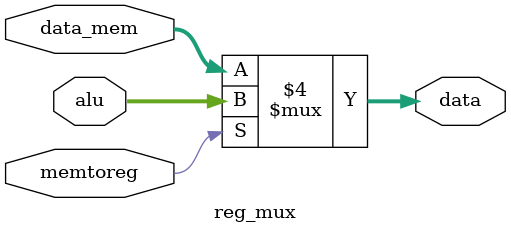
<source format=v>
module reg_mux (input [31:0] alu, data_mem, input memtoreg, output reg [31:0] data);
always @(alu, data_mem, memtoreg) begin
    if (memtoreg == 0)begin
        data <= data_mem;
    end
    else begin
        data <= alu;
    end
end
endmodule

</source>
